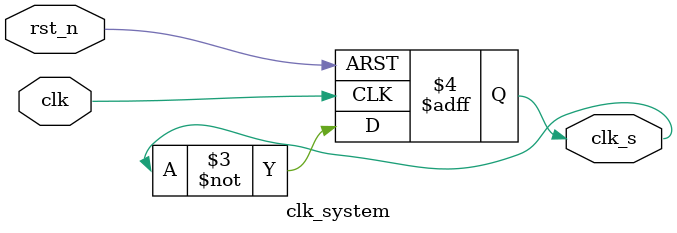
<source format=v>
`timescale 1ns / 1ps


module clk_system(
	input clk,
	input rst_n,
	output reg clk_s
    );

	

	
	always@(posedge clk or negedge rst_n)
	if(!rst_n)
		clk_s <= 1'b0;
	else
		clk_s <= ~clk_s;
	
	
	
	
endmodule

</source>
